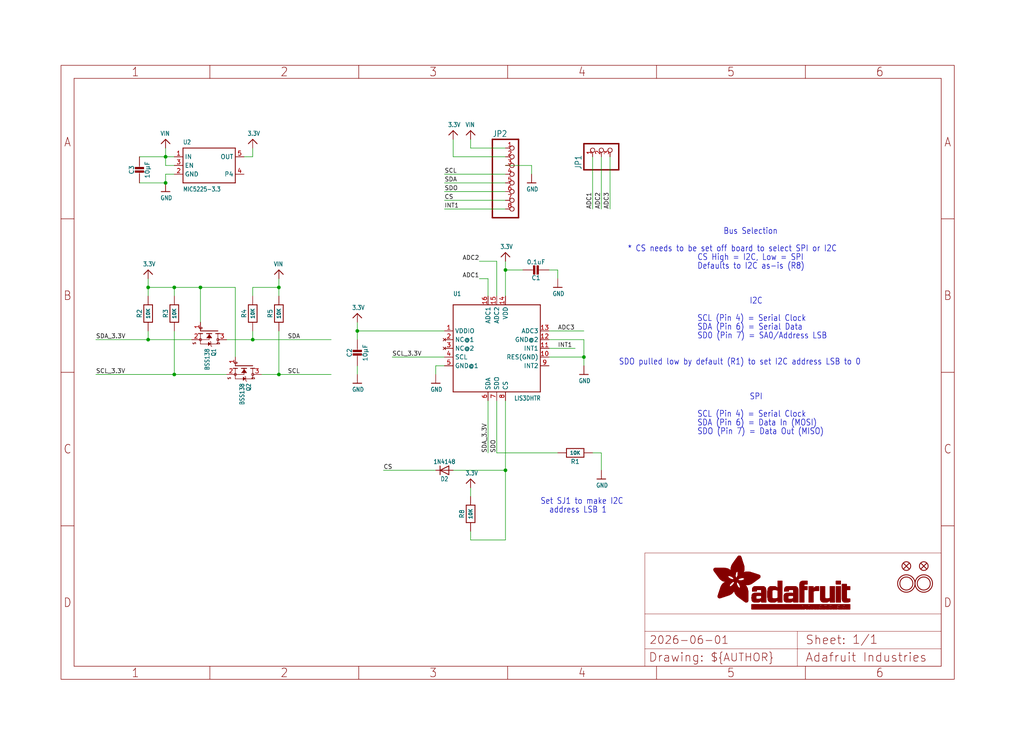
<source format=kicad_sch>
(kicad_sch (version 20230121) (generator eeschema)
  (paper "User" 298.45 217.322)
  (lib_symbols
    (symbol "working-eagle-import:3.3V" (power)
      (property "Value" "3.3V" (at -1.524 1.016 0))
      (symbol "3.3V_1_0"
        (pin power_in line (at 0 -2.54 90) (length 2.54) (name "3.3V") (number "1"))
      )
    )
    (symbol "working-eagle-import:ACCEL_LIS3DHTR"
      (property "Reference" "U" (at -12.7 15.24 0))
      (symbol "ACCEL_LIS3DHTR_1_0"
        (pin power_in line (at -15.24 5.08 0) (length 2.54) (name "VDDIO") (number "1"))
        (pin bidirectional line (at 15.24 -2.54 180) (length 2.54) (name "RES(GND)") (number "10"))
        (pin output line (at 15.24 0 180) (length 2.54) (name "INT1") (number "11"))
        (pin power_in line (at 15.24 2.54 180) (length 2.54) (name "GND@2") (number "12"))
        (pin input line (at 15.24 5.08 180) (length 2.54) (name "ADC3") (number "13"))
        (pin power_in line (at 2.54 15.24 270) (length 2.54) (name "VDD") (number "14"))
        (pin input line (at 0 15.24 270) (length 2.54) (name "ADC2") (number "15"))
        (pin input line (at -2.54 15.24 270) (length 2.54) (name "ADC1") (number "16"))
        (pin no_connect line (at -15.24 2.54 0) (length 2.54) (name "NC@1") (number "2"))
        (pin no_connect line (at -15.24 0 0) (length 2.54) (name "NC@2") (number "3"))
        (pin bidirectional line (at -15.24 -2.54 0) (length 2.54) (name "SCL") (number "4"))
        (pin power_in line (at -15.24 -5.08 0) (length 2.54) (name "GND@1") (number "5"))
        (pin bidirectional line (at -2.54 -15.24 90) (length 2.54) (name "SDA") (number "6"))
        (pin bidirectional line (at 0 -15.24 90) (length 2.54) (name "SDO") (number "7"))
        (pin input line (at 2.54 -15.24 90) (length 2.54) (name "CS") (number "8"))
        (pin output line (at 15.24 -5.08 180) (length 2.54) (name "INT2") (number "9"))
      )
    )
    (symbol "working-eagle-import:CAP_CERAMIC0805-NOOUTLINE"
      (property "Reference" "C" (at -2.29 1.25 90))
      (symbol "CAP_CERAMIC0805-NOOUTLINE_1_0"
        (pin passive line (at 0 5.08 270) (length 2.54) (name "1") (number "1"))
        (pin passive line (at 0 -2.54 90) (length 2.54) (name "2") (number "2"))
      )
    )
    (symbol "working-eagle-import:CAP_CERAMIC0805_10MGAP"
      (property "Reference" "C" (at -2.29 1.25 90))
      (symbol "CAP_CERAMIC0805_10MGAP_1_0"
        (pin passive line (at 0 5.08 270) (length 2.54) (name "1") (number "1"))
        (pin passive line (at 0 -2.54 90) (length 2.54) (name "2") (number "2"))
      )
    )
    (symbol "working-eagle-import:DIODESOD-323"
      (property "Reference" "D" (at 0 2.54 0))
      (symbol "DIODESOD-323_1_0"
        (pin passive line (at -2.54 0 0) (length 2.54) (name "A") (number "A"))
        (pin passive line (at 2.54 0 180) (length 2.54) (name "C") (number "C"))
      )
    )
    (symbol "working-eagle-import:FIDUCIAL{dblquote}{dblquote}")
    (symbol "working-eagle-import:FRAME_A4_ADAFRUIT"
      (symbol "FRAME_A4_ADAFRUIT_1_0"
        (text "${#}/${##}" (at 230.505 10.16 0) (effects (font (size 2.54 2.54)) (justify left bottom)))
        (text "${AUTHOR}" (at 189.23 5.08 0) (effects (font (size 2.286 2.286)) (justify left bottom)))
        (text "${CURRENT_DATE}" (at 171.45 10.16 0) (effects (font (size 2.286 2.286)) (justify left bottom)))
        (text "${PROJECTNAME}" (at 171.45 15.24 0) (effects (font (size 2.54 2.54)) (justify left bottom)))
        (text "1" (at 21.6958 1.905 0) (effects (font (size 2.54 2.286))))
        (text "1" (at 21.6958 177.165 0) (effects (font (size 2.54 2.286))))
        (text "2" (at 65.0875 1.905 0) (effects (font (size 2.54 2.286))))
        (text "2" (at 65.0875 177.165 0) (effects (font (size 2.54 2.286))))
        (text "3" (at 108.4792 1.905 0) (effects (font (size 2.54 2.286))))
        (text "3" (at 108.4792 177.165 0) (effects (font (size 2.54 2.286))))
        (text "4" (at 151.8708 1.905 0) (effects (font (size 2.54 2.286))))
        (text "4" (at 151.8708 177.165 0) (effects (font (size 2.54 2.286))))
        (text "5" (at 195.2625 1.905 0) (effects (font (size 2.54 2.286))))
        (text "5" (at 195.2625 177.165 0) (effects (font (size 2.54 2.286))))
        (text "6" (at 238.6542 1.905 0) (effects (font (size 2.54 2.286))))
        (text "6" (at 238.6542 177.165 0) (effects (font (size 2.54 2.286))))
        (text "A" (at 1.905 156.6863 0) (effects (font (size 2.54 2.286))))
        (text "A" (at 258.445 156.6863 0) (effects (font (size 2.54 2.286))))
        (text "Adafruit Industries" (at 216.916 4.953 0) (effects (font (size 2.54 2.54)) (justify left bottom)))
        (text "B" (at 1.905 111.9188 0) (effects (font (size 2.54 2.286))))
        (text "B" (at 258.445 111.9188 0) (effects (font (size 2.54 2.286))))
        (text "C" (at 1.905 67.1513 0) (effects (font (size 2.54 2.286))))
        (text "C" (at 258.445 67.1513 0) (effects (font (size 2.54 2.286))))
        (text "D" (at 1.905 22.3838 0) (effects (font (size 2.54 2.286))))
        (text "D" (at 258.445 22.3838 0) (effects (font (size 2.54 2.286))))
        (text "Drawing:" (at 171.196 4.953 0) (effects (font (size 2.54 2.54)) (justify left bottom)))
        (text "Sheet:" (at 216.916 10.033 0) (effects (font (size 2.54 2.54)) (justify left bottom)))
      )
    )
    (symbol "working-eagle-import:GND" (power)
      (property "Value" "GND" (at -1.524 -2.54 0))
      (symbol "GND_1_0"
        (pin power_in line (at 0 2.54 270) (length 2.54) (name "GND") (number "1"))
      )
    )
    (symbol "working-eagle-import:HEADER-1X3ROUND"
      (property "Reference" "JP" (at -6.35 5.715 0))
      (symbol "HEADER-1X3ROUND_1_0"
        (pin passive inverted (at -2.54 2.54 0) (length 2.54) (name "1") (number "1"))
        (pin passive inverted (at -2.54 0 0) (length 2.54) (name "2") (number "2"))
        (pin passive inverted (at -2.54 -2.54 0) (length 2.54) (name "3") (number "3"))
      )
    )
    (symbol "working-eagle-import:HEADER-1X870MIL"
      (property "Reference" "JP" (at -6.35 13.335 0))
      (symbol "HEADER-1X870MIL_1_0"
        (pin passive inverted (at -2.54 10.16 0) (length 2.54) (name "1") (number "1"))
        (pin passive inverted (at -2.54 7.62 0) (length 2.54) (name "2") (number "2"))
        (pin passive inverted (at -2.54 5.08 0) (length 2.54) (name "3") (number "3"))
        (pin passive inverted (at -2.54 2.54 0) (length 2.54) (name "4") (number "4"))
        (pin passive inverted (at -2.54 0 0) (length 2.54) (name "5") (number "5"))
        (pin passive inverted (at -2.54 -2.54 0) (length 2.54) (name "6") (number "6"))
        (pin passive inverted (at -2.54 -5.08 0) (length 2.54) (name "7") (number "7"))
        (pin passive inverted (at -2.54 -7.62 0) (length 2.54) (name "8") (number "8"))
      )
    )
    (symbol "working-eagle-import:MOSFET-NWIDE"
      (property "Reference" "Q" (at 5.08 0.635 0))
      (symbol "MOSFET-NWIDE_1_0"
        (text "D" (at 3.175 3.175 0) (effects (font (size 0.8128 0.6908)) (justify left bottom)))
        (text "G" (at -1.27 -1.905 0) (effects (font (size 0.8128 0.6908)) (justify left bottom)))
        (text "S" (at 3.175 -3.81 0) (effects (font (size 0.8128 0.6908)) (justify left bottom)))
        (pin bidirectional line (at -2.54 -2.54 0) (length 2.54) (name "G") (number "1"))
        (pin bidirectional line (at 2.54 -5.08 90) (length 2.54) (name "S") (number "2"))
        (pin bidirectional line (at 2.54 5.08 270) (length 2.54) (name "D") (number "3"))
      )
    )
    (symbol "working-eagle-import:MOUNTINGHOLE2.5")
    (symbol "working-eagle-import:RESISTOR0805_NOOUTLINE"
      (property "Reference" "R" (at 0 2.54 0))
      (symbol "RESISTOR0805_NOOUTLINE_1_0"
        (pin passive line (at -5.08 0 0) (length 2.54) (name "1") (number "1"))
        (pin passive line (at 5.08 0 180) (length 2.54) (name "2") (number "2"))
      )
    )
    (symbol "working-eagle-import:VIN" (power)
      (property "Value" "VIN" (at -1.524 1.016 0))
      (symbol "VIN_1_0"
        (pin power_in line (at 0 -2.54 90) (length 2.54) (name "VIN") (number "1"))
      )
    )
    (symbol "working-eagle-import:VREG_SOT23-5"
      (property "Reference" "U" (at -7.62 6.096 0))
      (symbol "VREG_SOT23-5_1_0"
        (pin power_in line (at -10.16 2.54 0) (length 2.54) (name "IN") (number "1"))
        (pin power_in line (at -10.16 -2.54 0) (length 2.54) (name "GND") (number "2"))
        (pin input line (at -10.16 0 0) (length 2.54) (name "EN") (number "3"))
        (pin bidirectional line (at 10.16 -2.54 180) (length 2.54) (name "P4") (number "4"))
        (pin power_in line (at 10.16 2.54 180) (length 2.54) (name "OUT") (number "5"))
      )
    )
  )
  (junction (at 50.8 83.82))
  (junction (at 147.32 78.74))
  (junction (at 170.18 104.14))
  (junction (at 48.26 45.72))
  (junction (at 58.42 83.82))
  (junction (at 81.28 83.82))
  (junction (at 50.8 109.22))
  (junction (at 81.28 109.22))
  (junction (at 147.32 137.16))
  (junction (at 73.66 99.06))
  (junction (at 48.26 53.34))
  (junction (at 43.18 99.06))
  (junction (at 43.18 83.82))
  (junction (at 104.14 96.52))
  (wire (pts (xy 50.8 45.72) (xy 48.26 45.72)) (stroke (width 0.1524)))
  (wire (pts (xy 127 137.16) (xy 111.76 137.16)) (stroke (width 0.1524)))
  (wire (pts (xy 66.04 109.22) (xy 50.8 109.22)) (stroke (width 0.1524)))
  (wire (pts (xy 66.04 99.06) (xy 73.66 99.06)) (stroke (width 0.1524)))
  (wire (pts (xy 43.18 99.06) (xy 27.94 99.06)) (stroke (width 0.1524)))
  (wire (pts (xy 73.66 45.72) (xy 73.66 43.18)) (stroke (width 0.1524)))
  (wire (pts (xy 144.78 116.84) (xy 144.78 132.08)) (stroke (width 0.1524)))
  (wire (pts (xy 129.54 104.14) (xy 114.3 104.14)) (stroke (width 0.1524)))
  (wire (pts (xy 172.72 45.72) (xy 172.72 60.96)) (stroke (width 0.1524)))
  (wire (pts (xy 144.78 76.2) (xy 144.78 86.36)) (stroke (width 0.1524)))
  (wire (pts (xy 68.58 104.14) (xy 68.58 83.82)) (stroke (width 0.1524)))
  (wire (pts (xy 147.32 43.18) (xy 137.16 43.18)) (stroke (width 0.1524)))
  (wire (pts (xy 73.66 83.82) (xy 81.28 83.82)) (stroke (width 0.1524)))
  (wire (pts (xy 137.16 144.78) (xy 137.16 142.24)) (stroke (width 0.1524)))
  (wire (pts (xy 137.16 154.94) (xy 137.16 157.48)) (stroke (width 0.1524)))
  (wire (pts (xy 73.66 99.06) (xy 96.52 99.06)) (stroke (width 0.1524)))
  (wire (pts (xy 43.18 83.82) (xy 43.18 81.28)) (stroke (width 0.1524)))
  (wire (pts (xy 48.26 45.72) (xy 40.64 45.72)) (stroke (width 0.1524)))
  (wire (pts (xy 175.26 60.96) (xy 175.26 45.72)) (stroke (width 0.1524)))
  (wire (pts (xy 147.32 55.88) (xy 129.54 55.88)) (stroke (width 0.1524)))
  (wire (pts (xy 160.02 104.14) (xy 170.18 104.14)) (stroke (width 0.1524)))
  (wire (pts (xy 129.54 106.68) (xy 127 106.68)) (stroke (width 0.1524)))
  (wire (pts (xy 147.32 48.26) (xy 154.94 48.26)) (stroke (width 0.1524)))
  (wire (pts (xy 129.54 96.52) (xy 104.14 96.52)) (stroke (width 0.1524)))
  (wire (pts (xy 48.26 45.72) (xy 48.26 43.18)) (stroke (width 0.1524)))
  (wire (pts (xy 160.02 99.06) (xy 170.18 99.06)) (stroke (width 0.1524)))
  (wire (pts (xy 68.58 83.82) (xy 58.42 83.82)) (stroke (width 0.1524)))
  (wire (pts (xy 50.8 86.36) (xy 50.8 83.82)) (stroke (width 0.1524)))
  (wire (pts (xy 147.32 50.8) (xy 129.54 50.8)) (stroke (width 0.1524)))
  (wire (pts (xy 142.24 86.36) (xy 142.24 81.28)) (stroke (width 0.1524)))
  (wire (pts (xy 175.26 132.08) (xy 175.26 137.16)) (stroke (width 0.1524)))
  (wire (pts (xy 142.24 116.84) (xy 142.24 132.08)) (stroke (width 0.1524)))
  (wire (pts (xy 170.18 99.06) (xy 170.18 104.14)) (stroke (width 0.1524)))
  (wire (pts (xy 154.94 48.26) (xy 154.94 50.8)) (stroke (width 0.1524)))
  (wire (pts (xy 73.66 99.06) (xy 73.66 96.52)) (stroke (width 0.1524)))
  (wire (pts (xy 71.12 45.72) (xy 73.66 45.72)) (stroke (width 0.1524)))
  (wire (pts (xy 50.8 50.8) (xy 48.26 50.8)) (stroke (width 0.1524)))
  (wire (pts (xy 137.16 43.18) (xy 137.16 40.64)) (stroke (width 0.1524)))
  (wire (pts (xy 43.18 99.06) (xy 43.18 96.52)) (stroke (width 0.1524)))
  (wire (pts (xy 147.32 78.74) (xy 147.32 76.2)) (stroke (width 0.1524)))
  (wire (pts (xy 48.26 48.26) (xy 48.26 45.72)) (stroke (width 0.1524)))
  (wire (pts (xy 104.14 106.68) (xy 104.14 109.22)) (stroke (width 0.1524)))
  (wire (pts (xy 147.32 86.36) (xy 147.32 78.74)) (stroke (width 0.1524)))
  (wire (pts (xy 58.42 83.82) (xy 50.8 83.82)) (stroke (width 0.1524)))
  (wire (pts (xy 152.4 78.74) (xy 147.32 78.74)) (stroke (width 0.1524)))
  (wire (pts (xy 50.8 109.22) (xy 27.94 109.22)) (stroke (width 0.1524)))
  (wire (pts (xy 177.8 45.72) (xy 177.8 60.96)) (stroke (width 0.1524)))
  (wire (pts (xy 76.2 109.22) (xy 81.28 109.22)) (stroke (width 0.1524)))
  (wire (pts (xy 81.28 83.82) (xy 81.28 81.28)) (stroke (width 0.1524)))
  (wire (pts (xy 50.8 48.26) (xy 48.26 48.26)) (stroke (width 0.1524)))
  (wire (pts (xy 81.28 109.22) (xy 81.28 96.52)) (stroke (width 0.1524)))
  (wire (pts (xy 50.8 83.82) (xy 43.18 83.82)) (stroke (width 0.1524)))
  (wire (pts (xy 104.14 96.52) (xy 104.14 93.98)) (stroke (width 0.1524)))
  (wire (pts (xy 132.08 137.16) (xy 147.32 137.16)) (stroke (width 0.1524)))
  (wire (pts (xy 160.02 78.74) (xy 162.56 78.74)) (stroke (width 0.1524)))
  (wire (pts (xy 127 106.68) (xy 127 109.22)) (stroke (width 0.1524)))
  (wire (pts (xy 162.56 78.74) (xy 162.56 81.28)) (stroke (width 0.1524)))
  (wire (pts (xy 104.14 96.52) (xy 104.14 99.06)) (stroke (width 0.1524)))
  (wire (pts (xy 43.18 86.36) (xy 43.18 83.82)) (stroke (width 0.1524)))
  (wire (pts (xy 147.32 53.34) (xy 129.54 53.34)) (stroke (width 0.1524)))
  (wire (pts (xy 170.18 104.14) (xy 170.18 106.68)) (stroke (width 0.1524)))
  (wire (pts (xy 147.32 45.72) (xy 132.08 45.72)) (stroke (width 0.1524)))
  (wire (pts (xy 50.8 96.52) (xy 50.8 109.22)) (stroke (width 0.1524)))
  (wire (pts (xy 137.16 157.48) (xy 147.32 157.48)) (stroke (width 0.1524)))
  (wire (pts (xy 40.64 53.34) (xy 48.26 53.34)) (stroke (width 0.1524)))
  (wire (pts (xy 147.32 58.42) (xy 129.54 58.42)) (stroke (width 0.1524)))
  (wire (pts (xy 147.32 157.48) (xy 147.32 137.16)) (stroke (width 0.1524)))
  (wire (pts (xy 81.28 109.22) (xy 96.52 109.22)) (stroke (width 0.1524)))
  (wire (pts (xy 81.28 86.36) (xy 81.28 83.82)) (stroke (width 0.1524)))
  (wire (pts (xy 147.32 60.96) (xy 129.54 60.96)) (stroke (width 0.1524)))
  (wire (pts (xy 73.66 86.36) (xy 73.66 83.82)) (stroke (width 0.1524)))
  (wire (pts (xy 48.26 50.8) (xy 48.26 53.34)) (stroke (width 0.1524)))
  (wire (pts (xy 132.08 45.72) (xy 132.08 40.64)) (stroke (width 0.1524)))
  (wire (pts (xy 58.42 93.98) (xy 58.42 83.82)) (stroke (width 0.1524)))
  (wire (pts (xy 139.7 76.2) (xy 144.78 76.2)) (stroke (width 0.1524)))
  (wire (pts (xy 55.88 99.06) (xy 43.18 99.06)) (stroke (width 0.1524)))
  (wire (pts (xy 142.24 81.28) (xy 139.7 81.28)) (stroke (width 0.1524)))
  (wire (pts (xy 147.32 137.16) (xy 147.32 116.84)) (stroke (width 0.1524)))
  (wire (pts (xy 172.72 132.08) (xy 175.26 132.08)) (stroke (width 0.1524)))
  (wire (pts (xy 160.02 96.52) (xy 170.18 96.52)) (stroke (width 0.1524)))
  (wire (pts (xy 144.78 132.08) (xy 162.56 132.08)) (stroke (width 0.1524)))
  (wire (pts (xy 160.02 101.6) (xy 167.64 101.6)) (stroke (width 0.1524)))
  (text "SPI" (at 218.44 116.84 0) (effects (font (size 1.778 1.5113)) (justify left bottom)))
  (text "Bus Selection" (at 210.82 68.58 0) (effects (font (size 1.778 1.5113)) (justify left bottom)))
  (text "SCL (Pin 4) = Serial Clock" (at 203.2 93.98 0) (effects (font (size 1.778 1.5113)) (justify left bottom)))
  (text "SDO (Pin 7) = Data Out (MISO)" (at 203.2 127 0) (effects (font (size 1.778 1.5113)) (justify left bottom)))
  (text "SDO pulled low by default (R1) to set I2C address LSB to 0" (at 180.34 106.68 0) (effects (font (size 1.778 1.5113)) (justify left bottom)))
  (text "SCL (Pin 4) = Serial Clock" (at 203.2 121.92 0) (effects (font (size 1.778 1.5113)) (justify left bottom)))
  (text "* CS needs to be set off board to select SPI or I2C" (at 182.88 73.66 0) (effects (font (size 1.778 1.5113)) (justify left bottom)))
  (text "SDA (Pin 6) = Serial Data" (at 203.2 96.52 0) (effects (font (size 1.778 1.5113)) (justify left bottom)))
  (text "I2C" (at 218.44 88.9 0) (effects (font (size 1.778 1.5113)) (justify left bottom)))
  (text "SDA (Pin 6) = Data In (MOSI)" (at 203.2 124.46 0) (effects (font (size 1.778 1.5113)) (justify left bottom)))
  (text "CS High = I2C, Low = SPI" (at 203.2 76.2 0) (effects (font (size 1.778 1.5113)) (justify left bottom)))
  (text "address LSB 1" (at 160.02 149.86 0) (effects (font (size 1.778 1.5113)) (justify left bottom)))
  (text "Defaults to I2C as-is (R8)" (at 203.2 78.74 0) (effects (font (size 1.778 1.5113)) (justify left bottom)))
  (text "SD0 (Pin 7) = SA0/Address LSB" (at 203.2 99.06 0) (effects (font (size 1.778 1.5113)) (justify left bottom)))
  (text "Set SJ1 to make I2C" (at 157.48 147.32 0) (effects (font (size 1.778 1.5113)) (justify left bottom)))
  (label "ADC3" (at 162.56 96.52 0) (effects (font (size 1.2446 1.2446))))
  (label "CS" (at 129.54 58.42 0) (effects (font (size 1.2446 1.2446))))
  (label "SDA" (at 83.82 99.06 0) (effects (font (size 1.2446 1.2446))))
  (label "SDO" (at 144.78 132.08 90) (effects (font (size 1.2446 1.2446))))
  (label "ADC2" (at 139.7 76.2 180) (effects (font (size 1.2446 1.2446))))
  (label "SCL_3.3V" (at 114.3 104.14 0) (effects (font (size 1.2446 1.2446))))
  (label "CS" (at 111.76 137.16 0) (effects (font (size 1.2446 1.2446))))
  (label "ADC1" (at 172.72 60.96 90) (effects (font (size 1.2446 1.2446))))
  (label "SCL" (at 83.82 109.22 0) (effects (font (size 1.2446 1.2446))))
  (label "INT1" (at 162.56 101.6 0) (effects (font (size 1.2446 1.2446))))
  (label "ADC3" (at 177.8 60.96 90) (effects (font (size 1.2446 1.2446))))
  (label "SCL" (at 129.54 50.8 0) (effects (font (size 1.2446 1.2446))))
  (label "INT1" (at 129.54 60.96 0) (effects (font (size 1.2446 1.2446))))
  (label "SDA_3.3V" (at 27.94 99.06 0) (effects (font (size 1.2446 1.2446))))
  (label "ADC1" (at 139.7 81.28 180) (effects (font (size 1.2446 1.2446))))
  (label "SDA_3.3V" (at 142.24 132.08 90) (effects (font (size 1.2446 1.2446))))
  (label "SDA" (at 129.54 53.34 0) (effects (font (size 1.2446 1.2446))))
  (label "ADC2" (at 175.26 60.96 90) (effects (font (size 1.2446 1.2446))))
  (label "SCL_3.3V" (at 27.94 109.22 0) (effects (font (size 1.2446 1.2446))))
  (label "SDO" (at 129.54 55.88 0) (effects (font (size 1.2446 1.2446))))
  (symbol (lib_id "working-eagle-import:GND") (at 175.26 139.7 0) (unit 1)
    (property "Reference" "#U$8" (effects hide))
    (property "Value" "GND" (at 173.736 142.24 0) (effects (font (size 1.27 1.0795)) (justify left bottom)))
  )
  (symbol (lib_id "working-eagle-import:CAP_CERAMIC0805_10MGAP") (at 157.48 78.74 90) (unit 1)
    (property "Reference" "C1" (at 156.23 81.03 90))
    (property "Value" "0.1uF" (at 156.23 76.44 90))
    (property "Footprint" "working:0805_10MGAP" (effects hide))
  )
  (symbol (lib_id "working-eagle-import:MOUNTINGHOLE2.5") (at 264.16 170.18 0) (unit 1)
    (property "Reference" "U$13" (effects hide))
    (property "Value" "MOUNTINGHOLE2.5" (effects hide))
    (property "Footprint" "working:MOUNTINGHOLE_2.5_PLATED" (effects hide))
  )
  (symbol (lib_id "working-eagle-import:3.3V") (at 132.08 38.1 0) (unit 1)
    (property "Reference" "#U$14" (effects hide))
    (property "Value" "3.3V" (at 130.556 37.084 0) (effects (font (size 1.27 1.0795)) (justify left bottom)))
  )
  (symbol (lib_id "working-eagle-import:GND") (at 154.94 53.34 0) (unit 1)
    (property "Reference" "#U$15" (effects hide))
    (property "Value" "GND" (at 153.416 55.88 0) (effects (font (size 1.27 1.0795)) (justify left bottom)))
  )
  (symbol (lib_id "working-eagle-import:GND") (at 170.18 109.22 0) (unit 1)
    (property "Reference" "#U$3" (effects hide))
    (property "Value" "GND" (at 168.656 111.76 0) (effects (font (size 1.27 1.0795)) (justify left bottom)))
  )
  (symbol (lib_id "working-eagle-import:RESISTOR0805_NOOUTLINE") (at 137.16 149.86 90) (unit 1)
    (property "Reference" "R8" (at 134.62 149.86 0))
    (property "Value" "10K" (at 137.16 149.86 0) (effects (font (size 1.016 1.016) bold)))
    (property "Footprint" "working:0805-NO" (effects hide))
  )
  (symbol (lib_id "working-eagle-import:RESISTOR0805_NOOUTLINE") (at 167.64 132.08 180) (unit 1)
    (property "Reference" "R1" (at 167.64 134.62 0))
    (property "Value" "10K" (at 167.64 132.08 0) (effects (font (size 1.016 1.016) bold)))
    (property "Footprint" "working:0805-NO" (effects hide))
  )
  (symbol (lib_id "working-eagle-import:DIODESOD-323") (at 129.54 137.16 180) (unit 1)
    (property "Reference" "D2" (at 129.54 139.7 0) (effects (font (size 1.27 1.0795))))
    (property "Value" "1N4148" (at 129.54 134.66 0) (effects (font (size 1.27 1.0795))))
    (property "Footprint" "working:SOD-323" (effects hide))
  )
  (symbol (lib_id "working-eagle-import:FIDUCIAL{dblquote}{dblquote}") (at 264.16 165.1 0) (unit 1)
    (property "Reference" "FID2" (effects hide))
    (property "Value" "FIDUCIAL{dblquote}{dblquote}" (effects hide))
    (property "Footprint" "working:FIDUCIAL_1MM" (effects hide))
  )
  (symbol (lib_id "working-eagle-import:RESISTOR0805_NOOUTLINE") (at 50.8 91.44 90) (unit 1)
    (property "Reference" "R3" (at 48.26 91.44 0))
    (property "Value" "10K" (at 50.8 91.44 0) (effects (font (size 1.016 1.016) bold)))
    (property "Footprint" "working:0805-NO" (effects hide))
  )
  (symbol (lib_id "working-eagle-import:3.3V") (at 104.14 91.44 0) (unit 1)
    (property "Reference" "#U$6" (effects hide))
    (property "Value" "3.3V" (at 102.616 90.424 0) (effects (font (size 1.27 1.0795)) (justify left bottom)))
  )
  (symbol (lib_id "working-eagle-import:3.3V") (at 43.18 78.74 0) (unit 1)
    (property "Reference" "#U$11" (effects hide))
    (property "Value" "3.3V" (at 41.656 77.724 0) (effects (font (size 1.27 1.0795)) (justify left bottom)))
  )
  (symbol (lib_id "working-eagle-import:3.3V") (at 137.16 139.7 0) (unit 1)
    (property "Reference" "#U$16" (effects hide))
    (property "Value" "3.3V" (at 135.636 138.684 0) (effects (font (size 1.27 1.0795)) (justify left bottom)))
  )
  (symbol (lib_id "working-eagle-import:GND") (at 127 111.76 0) (unit 1)
    (property "Reference" "#U$2" (effects hide))
    (property "Value" "GND" (at 125.476 114.3 0) (effects (font (size 1.27 1.0795)) (justify left bottom)))
  )
  (symbol (lib_id "working-eagle-import:RESISTOR0805_NOOUTLINE") (at 81.28 91.44 90) (unit 1)
    (property "Reference" "R5" (at 78.74 91.44 0))
    (property "Value" "10K" (at 81.28 91.44 0) (effects (font (size 1.016 1.016) bold)))
    (property "Footprint" "working:0805-NO" (effects hide))
  )
  (symbol (lib_id "working-eagle-import:3.3V") (at 147.32 73.66 0) (unit 1)
    (property "Reference" "#U$4" (effects hide))
    (property "Value" "3.3V" (at 145.796 72.644 0) (effects (font (size 1.27 1.0795)) (justify left bottom)))
  )
  (symbol (lib_id "working-eagle-import:GND") (at 104.14 111.76 0) (unit 1)
    (property "Reference" "#U$7" (effects hide))
    (property "Value" "GND" (at 102.616 114.3 0) (effects (font (size 1.27 1.0795)) (justify left bottom)))
  )
  (symbol (lib_id "working-eagle-import:MOSFET-NWIDE") (at 60.96 96.52 270) (unit 1)
    (property "Reference" "Q1" (at 61.595 101.6 0) (effects (font (size 1.27 1.0795)) (justify left bottom)))
    (property "Value" "BSS138" (at 59.69 101.6 0) (effects (font (size 1.27 1.0795)) (justify left bottom)))
    (property "Footprint" "working:SOT23-WIDE" (effects hide))
  )
  (symbol (lib_id "working-eagle-import:RESISTOR0805_NOOUTLINE") (at 73.66 91.44 90) (unit 1)
    (property "Reference" "R4" (at 71.12 91.44 0))
    (property "Value" "10K" (at 73.66 91.44 0) (effects (font (size 1.016 1.016) bold)))
    (property "Footprint" "working:0805-NO" (effects hide))
  )
  (symbol (lib_id "working-eagle-import:VIN") (at 81.28 78.74 0) (unit 1)
    (property "Reference" "#U$12" (effects hide))
    (property "Value" "VIN" (at 79.756 77.724 0) (effects (font (size 1.27 1.0795)) (justify left bottom)))
  )
  (symbol (lib_id "working-eagle-import:GND") (at 162.56 83.82 0) (unit 1)
    (property "Reference" "#U$5" (effects hide))
    (property "Value" "GND" (at 161.036 86.36 0) (effects (font (size 1.27 1.0795)) (justify left bottom)))
  )
  (symbol (lib_id "working-eagle-import:RESISTOR0805_NOOUTLINE") (at 43.18 91.44 90) (unit 1)
    (property "Reference" "R2" (at 40.64 91.44 0))
    (property "Value" "10K" (at 43.18 91.44 0) (effects (font (size 1.016 1.016) bold)))
    (property "Footprint" "working:0805-NO" (effects hide))
  )
  (symbol (lib_id "working-eagle-import:MOSFET-NWIDE") (at 71.12 106.68 270) (unit 1)
    (property "Reference" "Q2" (at 71.755 111.76 0) (effects (font (size 1.27 1.0795)) (justify left bottom)))
    (property "Value" "BSS138" (at 69.85 111.76 0) (effects (font (size 1.27 1.0795)) (justify left bottom)))
    (property "Footprint" "working:SOT23-WIDE" (effects hide))
  )
  (symbol (lib_id "working-eagle-import:CAP_CERAMIC0805-NOOUTLINE") (at 104.14 104.14 0) (unit 1)
    (property "Reference" "C2" (at 101.85 102.89 90))
    (property "Value" "10µF" (at 106.44 102.89 90))
    (property "Footprint" "working:0805-NO" (effects hide))
  )
  (symbol (lib_id "working-eagle-import:VIN") (at 48.26 40.64 0) (unit 1)
    (property "Reference" "#U$17" (effects hide))
    (property "Value" "VIN" (at 46.736 39.624 0) (effects (font (size 1.27 1.0795)) (justify left bottom)))
  )
  (symbol (lib_id "working-eagle-import:HEADER-1X3ROUND") (at 175.26 43.18 90) (unit 1)
    (property "Reference" "JP1" (at 169.545 49.53 0) (effects (font (size 1.778 1.5113)) (justify left bottom)))
    (property "Value" "HEADER-1X3ROUND" (effects hide))
    (property "Footprint" "working:1X03_ROUND" (effects hide))
  )
  (symbol (lib_id "working-eagle-import:MOUNTINGHOLE2.5") (at 269.24 170.18 0) (unit 1)
    (property "Reference" "U$10" (effects hide))
    (property "Value" "MOUNTINGHOLE2.5" (effects hide))
    (property "Footprint" "working:MOUNTINGHOLE_2.5_PLATED" (effects hide))
  )
  (symbol (lib_id "working-eagle-import:FRAME_A4_ADAFRUIT") (at 17.78 198.12 0) (unit 1)
    (property "Reference" "#U$1" (effects hide))
    (property "Value" "FRAME_A4_ADAFRUIT" (effects hide))
  )
  (symbol (lib_id "working-eagle-import:VIN") (at 137.16 38.1 0) (unit 1)
    (property "Reference" "#U$20" (effects hide))
    (property "Value" "VIN" (at 135.636 37.084 0) (effects (font (size 1.27 1.0795)) (justify left bottom)))
  )
  (symbol (lib_id "working-eagle-import:3.3V") (at 73.66 40.64 0) (unit 1)
    (property "Reference" "#U$19" (effects hide))
    (property "Value" "3.3V" (at 72.136 39.624 0) (effects (font (size 1.27 1.0795)) (justify left bottom)))
  )
  (symbol (lib_id "working-eagle-import:FIDUCIAL{dblquote}{dblquote}") (at 269.24 165.1 0) (unit 1)
    (property "Reference" "FID1" (effects hide))
    (property "Value" "FIDUCIAL{dblquote}{dblquote}" (effects hide))
    (property "Footprint" "working:FIDUCIAL_1MM" (effects hide))
  )
  (symbol (lib_id "working-eagle-import:GND") (at 48.26 55.88 0) (unit 1)
    (property "Reference" "#U$18" (effects hide))
    (property "Value" "GND" (at 46.736 58.42 0) (effects (font (size 1.27 1.0795)) (justify left bottom)))
  )
  (symbol (lib_id "working-eagle-import:ACCEL_LIS3DHTR") (at 144.78 101.6 0) (unit 1)
    (property "Reference" "U1" (at 132.08 86.36 0) (effects (font (size 1.27 1.0795)) (justify left bottom)))
    (property "Value" "LIS3DHTR" (at 149.86 116.84 0) (effects (font (size 1.27 1.0795)) (justify left bottom)))
    (property "Footprint" "working:LGA16_3X3MM" (effects hide))
  )
  (symbol (lib_id "working-eagle-import:VREG_SOT23-5") (at 60.96 48.26 0) (unit 1)
    (property "Reference" "U2" (at 53.34 42.164 0) (effects (font (size 1.27 1.0795)) (justify left bottom)))
    (property "Value" "MIC5225-3.3" (at 53.34 55.88 0) (effects (font (size 1.27 1.0795)) (justify left bottom)))
    (property "Footprint" "working:SOT23-5" (effects hide))
  )
  (symbol (lib_id "working-eagle-import:CAP_CERAMIC0805-NOOUTLINE") (at 40.64 50.8 0) (unit 1)
    (property "Reference" "C3" (at 38.35 49.55 90))
    (property "Value" "10µF" (at 42.94 49.55 90))
    (property "Footprint" "working:0805-NO" (effects hide))
  )
  (symbol (lib_id "working-eagle-import:HEADER-1X870MIL") (at 149.86 53.34 0) (unit 1)
    (property "Reference" "JP2" (at 143.51 40.005 0) (effects (font (size 1.778 1.5113)) (justify left bottom)))
    (property "Value" "HEADER-1X870MIL" (effects hide))
    (property "Footprint" "working:1X08_ROUND_70" (effects hide))
  )
)
</source>
